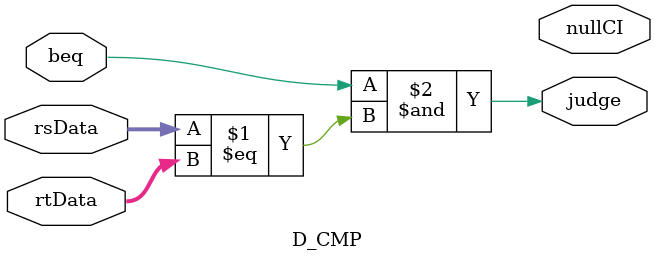
<source format=v>
`timescale 1ns / 1ps
module D_CMP(
    input [31:0] rsData,
    input [31:0] rtData,
    input beq,
	 output nullCI,
    output judge
    );

	assign judge = (beq&(rsData==rtData));
	//assign nullCI = ();
	
endmodule

</source>
